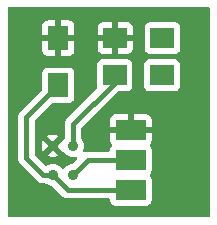
<source format=gbr>
%TF.GenerationSoftware,KiCad,Pcbnew,7.0.1*%
%TF.CreationDate,2024-02-07T17:27:31+02:00*%
%TF.ProjectId,mic_board,6d69635f-626f-4617-9264-2e6b69636164,rev?*%
%TF.SameCoordinates,Original*%
%TF.FileFunction,Copper,L1,Top*%
%TF.FilePolarity,Positive*%
%FSLAX46Y46*%
G04 Gerber Fmt 4.6, Leading zero omitted, Abs format (unit mm)*
G04 Created by KiCad (PCBNEW 7.0.1) date 2024-02-07 17:27:31*
%MOMM*%
%LPD*%
G01*
G04 APERTURE LIST*
%TA.AperFunction,SMDPad,CuDef*%
%ADD10R,2.000000X1.700000*%
%TD*%
%TA.AperFunction,SMDPad,CuDef*%
%ADD11C,0.900000*%
%TD*%
%TA.AperFunction,SMDPad,CuDef*%
%ADD12R,2.500000X1.700000*%
%TD*%
%TA.AperFunction,SMDPad,CuDef*%
%ADD13R,1.700000X2.000000*%
%TD*%
%TA.AperFunction,Conductor*%
%ADD14C,0.400000*%
%TD*%
G04 APERTURE END LIST*
D10*
X125462800Y-68630800D03*
X121462800Y-68630800D03*
D11*
X116230400Y-77063600D03*
X116230400Y-74603600D03*
X117930400Y-74603600D03*
X117930400Y-77063600D03*
D12*
X122834400Y-73253600D03*
X122834400Y-75793600D03*
X122834400Y-78333600D03*
D13*
X116687600Y-69481200D03*
X116687600Y-65481200D03*
D10*
X125513600Y-65481200D03*
X121513600Y-65481200D03*
D14*
X117500400Y-78333600D02*
X116230400Y-77063600D01*
X122834400Y-78333600D02*
X117500400Y-78333600D01*
X119200400Y-75793600D02*
X122834400Y-75793600D01*
X117930400Y-77063600D02*
X119200400Y-75793600D01*
X121462800Y-69240400D02*
X121462800Y-68630800D01*
X117930400Y-72772800D02*
X121462800Y-69240400D01*
X117930400Y-74603600D02*
X117930400Y-72772800D01*
X113995200Y-72173600D02*
X116687600Y-69481200D01*
X113995200Y-75641200D02*
X113995200Y-72173600D01*
X115417600Y-77063600D02*
X113995200Y-75641200D01*
X116230400Y-77063600D02*
X115417600Y-77063600D01*
%TA.AperFunction,Conductor*%
G36*
X129478000Y-62881613D02*
G01*
X129523387Y-62927000D01*
X129540000Y-62989000D01*
X129540000Y-80521000D01*
X129523387Y-80583000D01*
X129478000Y-80628387D01*
X129416000Y-80645000D01*
X112519000Y-80645000D01*
X112457000Y-80628387D01*
X112411613Y-80583000D01*
X112395000Y-80521000D01*
X112395000Y-75683807D01*
X113290841Y-75683807D01*
X113301683Y-75742971D01*
X113302810Y-75750372D01*
X113310060Y-75810073D01*
X113313650Y-75819539D01*
X113319675Y-75841152D01*
X113321503Y-75851129D01*
X113346191Y-75905983D01*
X113349056Y-75912901D01*
X113370380Y-75969126D01*
X113370382Y-75969130D01*
X113376141Y-75977473D01*
X113387161Y-75997013D01*
X113391320Y-76006254D01*
X113428416Y-76053605D01*
X113432854Y-76059636D01*
X113466583Y-76108501D01*
X113467017Y-76109129D01*
X113512047Y-76149022D01*
X113517483Y-76154140D01*
X114904658Y-77541315D01*
X114909778Y-77546753D01*
X114949671Y-77591783D01*
X114949672Y-77591784D01*
X114999169Y-77625949D01*
X115005202Y-77630388D01*
X115052543Y-77667477D01*
X115061774Y-77671631D01*
X115081326Y-77682658D01*
X115089670Y-77688418D01*
X115145922Y-77709751D01*
X115152828Y-77712612D01*
X115207668Y-77737294D01*
X115217630Y-77739119D01*
X115239250Y-77745146D01*
X115248725Y-77748739D01*
X115248728Y-77748740D01*
X115308456Y-77755992D01*
X115315801Y-77757109D01*
X115374994Y-77767957D01*
X115435022Y-77764326D01*
X115442510Y-77764100D01*
X115541312Y-77764100D01*
X115583087Y-77771349D01*
X115619976Y-77792246D01*
X115699775Y-77857736D01*
X115864899Y-77945996D01*
X116044069Y-78000347D01*
X116146804Y-78010465D01*
X116187666Y-78021773D01*
X116222330Y-78046187D01*
X116987458Y-78811315D01*
X116992578Y-78816753D01*
X117032471Y-78861783D01*
X117081977Y-78895954D01*
X117087996Y-78900385D01*
X117131578Y-78934528D01*
X117135343Y-78937478D01*
X117144590Y-78941639D01*
X117164126Y-78952658D01*
X117172470Y-78958418D01*
X117228734Y-78979755D01*
X117235595Y-78982597D01*
X117290468Y-79007294D01*
X117300436Y-79009120D01*
X117322052Y-79015146D01*
X117331528Y-79018740D01*
X117391256Y-79025992D01*
X117398601Y-79027109D01*
X117457794Y-79037957D01*
X117517822Y-79034326D01*
X117525310Y-79034100D01*
X120959901Y-79034100D01*
X121021901Y-79050713D01*
X121067288Y-79096100D01*
X121083901Y-79158100D01*
X121083901Y-79231472D01*
X121090309Y-79291083D01*
X121140604Y-79425931D01*
X121226854Y-79541146D01*
X121342069Y-79627396D01*
X121476917Y-79677691D01*
X121536527Y-79684100D01*
X124132272Y-79684099D01*
X124191883Y-79677691D01*
X124326731Y-79627396D01*
X124441946Y-79541146D01*
X124528196Y-79425931D01*
X124578491Y-79291083D01*
X124584900Y-79231473D01*
X124584899Y-77435728D01*
X124578491Y-77376117D01*
X124528196Y-77241269D01*
X124450821Y-77137910D01*
X124428923Y-77089958D01*
X124428923Y-77037242D01*
X124450822Y-76989289D01*
X124528196Y-76885931D01*
X124578491Y-76751083D01*
X124584900Y-76691473D01*
X124584899Y-74895728D01*
X124578491Y-74836117D01*
X124528196Y-74701269D01*
X124450508Y-74597492D01*
X124428610Y-74549540D01*
X124428610Y-74496823D01*
X124450510Y-74448870D01*
X124527752Y-74345689D01*
X124577997Y-74210975D01*
X124584400Y-74151424D01*
X124584400Y-73503600D01*
X121084400Y-73503600D01*
X121084400Y-74151424D01*
X121090802Y-74210975D01*
X121141047Y-74345689D01*
X121218290Y-74448872D01*
X121240189Y-74496825D01*
X121240189Y-74549541D01*
X121218290Y-74597494D01*
X121140604Y-74701268D01*
X121090309Y-74836116D01*
X121083900Y-74895731D01*
X121083900Y-74969100D01*
X121067287Y-75031100D01*
X121021900Y-75076487D01*
X120959900Y-75093100D01*
X119225310Y-75093100D01*
X119217823Y-75092874D01*
X119157791Y-75089242D01*
X119098642Y-75100081D01*
X119091243Y-75101208D01*
X119031522Y-75108460D01*
X119022041Y-75112056D01*
X119000436Y-75118079D01*
X118990467Y-75119906D01*
X118980448Y-75124415D01*
X118925250Y-75135262D01*
X118870940Y-75120605D01*
X118828695Y-75083460D01*
X118807208Y-75031472D01*
X118810902Y-74975341D01*
X118812793Y-74969105D01*
X118812796Y-74969101D01*
X118867147Y-74789931D01*
X118885499Y-74603600D01*
X118867147Y-74417269D01*
X118812796Y-74238099D01*
X118724536Y-74072975D01*
X118659046Y-73993176D01*
X118638149Y-73956287D01*
X118630900Y-73914512D01*
X118630900Y-73114319D01*
X118640339Y-73066866D01*
X118667219Y-73026638D01*
X118690257Y-73003600D01*
X121084400Y-73003600D01*
X122584400Y-73003600D01*
X122584400Y-71903600D01*
X123084400Y-71903600D01*
X123084400Y-73003600D01*
X124584400Y-73003600D01*
X124584400Y-72355776D01*
X124577997Y-72296224D01*
X124527752Y-72161510D01*
X124441588Y-72046411D01*
X124326489Y-71960247D01*
X124191775Y-71910002D01*
X124132224Y-71903600D01*
X123084400Y-71903600D01*
X122584400Y-71903600D01*
X121536576Y-71903600D01*
X121477024Y-71910002D01*
X121342310Y-71960247D01*
X121227211Y-72046411D01*
X121141047Y-72161510D01*
X121090802Y-72296224D01*
X121084400Y-72355776D01*
X121084400Y-73003600D01*
X118690257Y-73003600D01*
X121676238Y-70017618D01*
X121716466Y-69990738D01*
X121763919Y-69981299D01*
X122510670Y-69981299D01*
X122510672Y-69981299D01*
X122570283Y-69974891D01*
X122705131Y-69924596D01*
X122820346Y-69838346D01*
X122906596Y-69723131D01*
X122956891Y-69588283D01*
X122963300Y-69528673D01*
X122963300Y-69528669D01*
X123962300Y-69528669D01*
X123968709Y-69588283D01*
X124019004Y-69723131D01*
X124105254Y-69838346D01*
X124220469Y-69924596D01*
X124355317Y-69974891D01*
X124414927Y-69981300D01*
X126510672Y-69981299D01*
X126570283Y-69974891D01*
X126705131Y-69924596D01*
X126820346Y-69838346D01*
X126906596Y-69723131D01*
X126956891Y-69588283D01*
X126963300Y-69528673D01*
X126963299Y-67732928D01*
X126956891Y-67673317D01*
X126906596Y-67538469D01*
X126820346Y-67423254D01*
X126705131Y-67337004D01*
X126570283Y-67286709D01*
X126510673Y-67280300D01*
X126510669Y-67280300D01*
X124414930Y-67280300D01*
X124355315Y-67286709D01*
X124220469Y-67337004D01*
X124105254Y-67423254D01*
X124019004Y-67538468D01*
X123968709Y-67673316D01*
X123962300Y-67732930D01*
X123962300Y-69528669D01*
X122963300Y-69528669D01*
X122963299Y-67732928D01*
X122956891Y-67673317D01*
X122906596Y-67538469D01*
X122820346Y-67423254D01*
X122705131Y-67337004D01*
X122570283Y-67286709D01*
X122510673Y-67280300D01*
X122510669Y-67280300D01*
X120414930Y-67280300D01*
X120355315Y-67286709D01*
X120220469Y-67337004D01*
X120105254Y-67423254D01*
X120019004Y-67538468D01*
X119968709Y-67673316D01*
X119962300Y-67732930D01*
X119962300Y-69528669D01*
X119968709Y-69588286D01*
X119983116Y-69626913D01*
X119988100Y-69696604D01*
X119954615Y-69757926D01*
X117452690Y-72259851D01*
X117447238Y-72264983D01*
X117402216Y-72304870D01*
X117368049Y-72354368D01*
X117363613Y-72360397D01*
X117326521Y-72407742D01*
X117322361Y-72416986D01*
X117311341Y-72436525D01*
X117305582Y-72444869D01*
X117284253Y-72501105D01*
X117281389Y-72508019D01*
X117256703Y-72562870D01*
X117254875Y-72572847D01*
X117248854Y-72594448D01*
X117245259Y-72603928D01*
X117238009Y-72663627D01*
X117236883Y-72671026D01*
X117226041Y-72730191D01*
X117229674Y-72790234D01*
X117229900Y-72797721D01*
X117229900Y-73914512D01*
X117222651Y-73956287D01*
X117201752Y-73993178D01*
X117128863Y-74081991D01*
X117077637Y-74119016D01*
X117067400Y-74120151D01*
X116583953Y-74603600D01*
X116583953Y-74603601D01*
X117067399Y-75087046D01*
X117077635Y-75088181D01*
X117128864Y-75125208D01*
X117136263Y-75134224D01*
X117136264Y-75134225D01*
X117255043Y-75278957D01*
X117399775Y-75397736D01*
X117564899Y-75485996D01*
X117744069Y-75540347D01*
X117930400Y-75558699D01*
X118116731Y-75540347D01*
X118140050Y-75533272D01*
X118204991Y-75531359D01*
X118261988Y-75562546D01*
X118295390Y-75618273D01*
X118296028Y-75683241D01*
X118263727Y-75739614D01*
X117922330Y-76081011D01*
X117887667Y-76105424D01*
X117846805Y-76116733D01*
X117744066Y-76126853D01*
X117564899Y-76181203D01*
X117399775Y-76269463D01*
X117255045Y-76388241D01*
X117176253Y-76484249D01*
X117133416Y-76517678D01*
X117080400Y-76529583D01*
X117027384Y-76517678D01*
X116984547Y-76484249D01*
X116905757Y-76388243D01*
X116761025Y-76269464D01*
X116761024Y-76269463D01*
X116595900Y-76181203D01*
X116416732Y-76126853D01*
X116230400Y-76108501D01*
X116044067Y-76126853D01*
X115864901Y-76181203D01*
X115725060Y-76255948D01*
X115674717Y-76270324D01*
X115622929Y-76262641D01*
X115578927Y-76234270D01*
X114773387Y-75428730D01*
X115758821Y-75428730D01*
X115865087Y-75485530D01*
X116044169Y-75539855D01*
X116230400Y-75558196D01*
X116416630Y-75539855D01*
X116595710Y-75485531D01*
X116701977Y-75428730D01*
X116701977Y-75428729D01*
X116230401Y-74957153D01*
X116230400Y-74957153D01*
X115758821Y-75428730D01*
X114773387Y-75428730D01*
X114732019Y-75387362D01*
X114705139Y-75347134D01*
X114695700Y-75299681D01*
X114695700Y-74603600D01*
X115275803Y-74603600D01*
X115294145Y-74789834D01*
X115348466Y-74968907D01*
X115405269Y-75075176D01*
X115876847Y-74603601D01*
X115876847Y-74603600D01*
X115405269Y-74132022D01*
X115405268Y-74132022D01*
X115348466Y-74238294D01*
X115294145Y-74417365D01*
X115275803Y-74603600D01*
X114695700Y-74603600D01*
X114695700Y-73778469D01*
X115758822Y-73778469D01*
X116230400Y-74250047D01*
X116230401Y-74250047D01*
X116701976Y-73778469D01*
X116701976Y-73778468D01*
X116595707Y-73721666D01*
X116416634Y-73667345D01*
X116230400Y-73649003D01*
X116044165Y-73667345D01*
X115865094Y-73721666D01*
X115758822Y-73778468D01*
X115758822Y-73778469D01*
X114695700Y-73778469D01*
X114695700Y-72515119D01*
X114705139Y-72467666D01*
X114732019Y-72427438D01*
X116141437Y-71018018D01*
X116181665Y-70991138D01*
X116229118Y-70981699D01*
X117585470Y-70981699D01*
X117585472Y-70981699D01*
X117645083Y-70975291D01*
X117779931Y-70924996D01*
X117895146Y-70838746D01*
X117981396Y-70723531D01*
X118031691Y-70588683D01*
X118038100Y-70529073D01*
X118038099Y-68433328D01*
X118031691Y-68373717D01*
X117981396Y-68238869D01*
X117895146Y-68123654D01*
X117779931Y-68037404D01*
X117645083Y-67987109D01*
X117585473Y-67980700D01*
X117585469Y-67980700D01*
X115789730Y-67980700D01*
X115730115Y-67987109D01*
X115595269Y-68037404D01*
X115480054Y-68123654D01*
X115393804Y-68238868D01*
X115343509Y-68373716D01*
X115337100Y-68433331D01*
X115337100Y-69789681D01*
X115327661Y-69837134D01*
X115300781Y-69877362D01*
X113517490Y-71660651D01*
X113512038Y-71665783D01*
X113467016Y-71705670D01*
X113432849Y-71755168D01*
X113428413Y-71761197D01*
X113391321Y-71808542D01*
X113387161Y-71817786D01*
X113376141Y-71837325D01*
X113370382Y-71845669D01*
X113349053Y-71901905D01*
X113346189Y-71908819D01*
X113321503Y-71963670D01*
X113319675Y-71973647D01*
X113313654Y-71995248D01*
X113310059Y-72004728D01*
X113302809Y-72064427D01*
X113301683Y-72071826D01*
X113290841Y-72130991D01*
X113294474Y-72191034D01*
X113294700Y-72198521D01*
X113294700Y-75616279D01*
X113294474Y-75623766D01*
X113290841Y-75683807D01*
X112395000Y-75683807D01*
X112395000Y-65731200D01*
X115337600Y-65731200D01*
X115337600Y-66529024D01*
X115344002Y-66588575D01*
X115394247Y-66723289D01*
X115480411Y-66838388D01*
X115595510Y-66924552D01*
X115730224Y-66974797D01*
X115789776Y-66981200D01*
X116437600Y-66981200D01*
X116437600Y-65731200D01*
X116937600Y-65731200D01*
X116937600Y-66981200D01*
X117585424Y-66981200D01*
X117644975Y-66974797D01*
X117779689Y-66924552D01*
X117894788Y-66838388D01*
X117980952Y-66723289D01*
X118031197Y-66588575D01*
X118037600Y-66529024D01*
X118037600Y-65731200D01*
X120013600Y-65731200D01*
X120013600Y-66379024D01*
X120020002Y-66438575D01*
X120070247Y-66573289D01*
X120156411Y-66688388D01*
X120271510Y-66774552D01*
X120406224Y-66824797D01*
X120465776Y-66831200D01*
X121263600Y-66831200D01*
X121263600Y-65731200D01*
X121763600Y-65731200D01*
X121763600Y-66831200D01*
X122561424Y-66831200D01*
X122620975Y-66824797D01*
X122755689Y-66774552D01*
X122870788Y-66688388D01*
X122956952Y-66573289D01*
X123007197Y-66438575D01*
X123013595Y-66379069D01*
X124013100Y-66379069D01*
X124019497Y-66438575D01*
X124019509Y-66438683D01*
X124069804Y-66573531D01*
X124156054Y-66688746D01*
X124271269Y-66774996D01*
X124406117Y-66825291D01*
X124465727Y-66831700D01*
X126561472Y-66831699D01*
X126621083Y-66825291D01*
X126755931Y-66774996D01*
X126871146Y-66688746D01*
X126957396Y-66573531D01*
X127007691Y-66438683D01*
X127014100Y-66379073D01*
X127014099Y-64583328D01*
X127007691Y-64523717D01*
X126957396Y-64388869D01*
X126871146Y-64273654D01*
X126755931Y-64187404D01*
X126621083Y-64137109D01*
X126561473Y-64130700D01*
X126561469Y-64130700D01*
X124465730Y-64130700D01*
X124406115Y-64137109D01*
X124271269Y-64187404D01*
X124156054Y-64273654D01*
X124069804Y-64388868D01*
X124019509Y-64523716D01*
X124013100Y-64583330D01*
X124013100Y-66379069D01*
X123013595Y-66379069D01*
X123013600Y-66379024D01*
X123013600Y-65731200D01*
X121763600Y-65731200D01*
X121263600Y-65731200D01*
X120013600Y-65731200D01*
X118037600Y-65731200D01*
X116937600Y-65731200D01*
X116437600Y-65731200D01*
X115337600Y-65731200D01*
X112395000Y-65731200D01*
X112395000Y-65231200D01*
X115337600Y-65231200D01*
X116437600Y-65231200D01*
X116437600Y-63981200D01*
X116937600Y-63981200D01*
X116937600Y-65231200D01*
X118037600Y-65231200D01*
X120013600Y-65231200D01*
X121263600Y-65231200D01*
X121263600Y-64131200D01*
X121763600Y-64131200D01*
X121763600Y-65231200D01*
X123013600Y-65231200D01*
X123013600Y-64583376D01*
X123007197Y-64523824D01*
X122956952Y-64389110D01*
X122870788Y-64274011D01*
X122755689Y-64187847D01*
X122620975Y-64137602D01*
X122561424Y-64131200D01*
X121763600Y-64131200D01*
X121263600Y-64131200D01*
X120465776Y-64131200D01*
X120406224Y-64137602D01*
X120271510Y-64187847D01*
X120156411Y-64274011D01*
X120070247Y-64389110D01*
X120020002Y-64523824D01*
X120013600Y-64583376D01*
X120013600Y-65231200D01*
X118037600Y-65231200D01*
X118037600Y-64433376D01*
X118031197Y-64373824D01*
X117980952Y-64239110D01*
X117894788Y-64124011D01*
X117779689Y-64037847D01*
X117644975Y-63987602D01*
X117585424Y-63981200D01*
X116937600Y-63981200D01*
X116437600Y-63981200D01*
X115789776Y-63981200D01*
X115730224Y-63987602D01*
X115595510Y-64037847D01*
X115480411Y-64124011D01*
X115394247Y-64239110D01*
X115344002Y-64373824D01*
X115337600Y-64433376D01*
X115337600Y-65231200D01*
X112395000Y-65231200D01*
X112395000Y-62989000D01*
X112411613Y-62927000D01*
X112457000Y-62881613D01*
X112519000Y-62865000D01*
X129416000Y-62865000D01*
X129478000Y-62881613D01*
G37*
%TD.AperFunction*%
M02*

</source>
